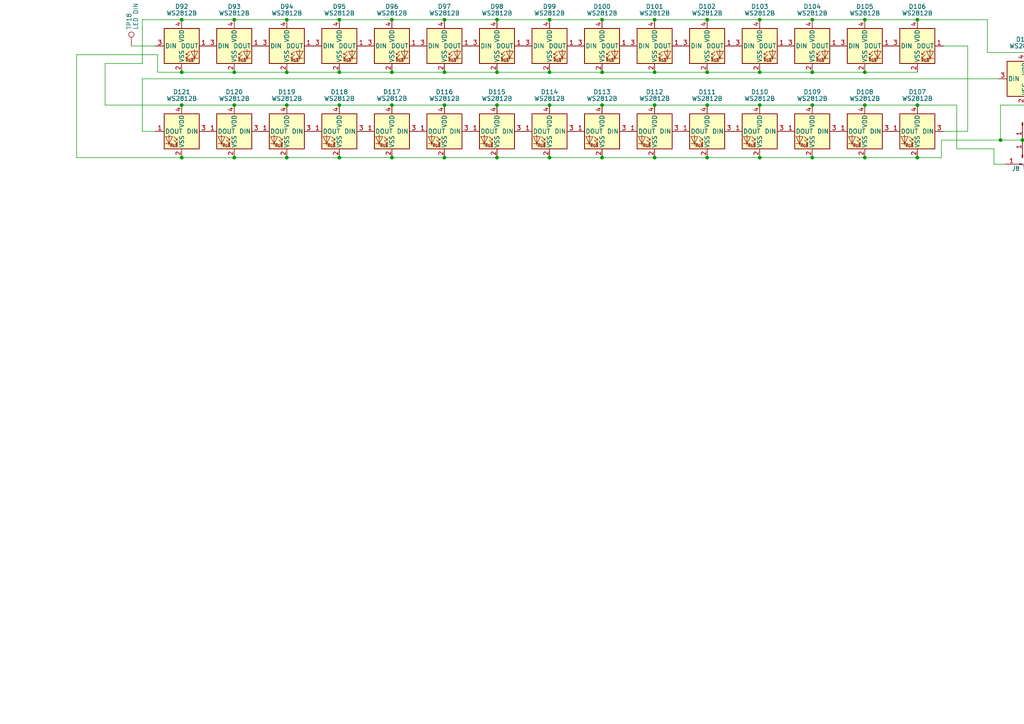
<source format=kicad_sch>
(kicad_sch (version 20231120) (generator "eeschema") (generator_version "8.0")
  (paper "A4")
  (title_block (title "LED Board Rev 3.1") (date "2023-11-11") (rev "3.1") (company "Architeuthis Flux") (comment 1 "Kevin Santo Cappuccio") (comment 2 "KevinC@ppucc.io"))
  (lib_symbols
    (symbol "Connector:Conn_01x01_Pin" (pin_names (offset 1.016) hide)
      (property "Reference" "J" (at 0 2.54 0))
      (property "Value" "Conn_01x01_Pin" (at 0 -2.54 0))
      (symbol "Conn_01x01_Pin_1_1"
        (polyline (pts (xy 1.27 0) (xy 0.8636 0)) (stroke (width 0.1524)))
        (rectangle (start 0.8636 0.127) (end 0 -0.127) (stroke (width 0.1524)) (fill (type outline)))
        (pin passive line (at 5.08 0 180) (length 3.81) (name "Pin_1") (number "1"))
      )
    )
    (symbol "JumperlessSymbols:TestPoint" (pin_numbers hide) (pin_names (offset 0.762) hide)
      (property "Reference" "TP" (at 0 6.858 0))
      (property "Value" "TestPoint" (at 0 5.08 0))
      (symbol "TestPoint_0_1"
        (circle (center 0 3.302) (radius 0.762))
      )
      (symbol "TestPoint_1_1"
        (pin passive line (at 0 0 90) (length 2.54) (name "1") (number "1"))
      )
    )
    (symbol "JumperlessSymbols:WS2812B_13" (pin_names (offset 0.254))
      (property "Reference" "D" (at 5.08 5.715 0))
      (property "Value" "WS2812B" (at 1.27 -5.715 0))
      (symbol "WS2812B_13_0_0"
        (text "RGB" (at 2.286 -4.191 0) (effects (font (size 0.762 0.762))))
      )
      (symbol "WS2812B_13_0_1"
        (polyline (pts (xy 1.27 -3.556) (xy 1.778 -3.556)))
        (polyline (pts (xy 1.27 -2.54) (xy 1.778 -2.54)))
        (polyline (pts (xy 4.699 -3.556) (xy 2.667 -3.556)))
        (polyline (pts (xy 2.286 -2.54) (xy 1.27 -3.556) (xy 1.27 -3.048)))
        (polyline (pts (xy 2.286 -1.524) (xy 1.27 -2.54) (xy 1.27 -2.032)))
        (polyline (pts (xy 3.683 -1.016) (xy 3.683 -3.556) (xy 3.683 -4.064)))
        (polyline (pts (xy 4.699 -1.524) (xy 2.667 -1.524) (xy 3.683 -3.556) (xy 4.699 -1.524)))
        (rectangle (start 5.08 5.08) (end -5.08 -5.08) (stroke (width 0.254)) (fill (type background)))
      )
      (symbol "WS2812B_13_1_1"
        (pin output line (at 7.62 0 180) (length 2.54) (name "DOUT") (number "1"))
        (pin power_in line (at 0 -7.62 90) (length 2.54) (name "VSS") (number "2"))
        (pin input line (at -7.62 0 0) (length 2.54) (name "DIN") (number "3"))
        (pin power_in line (at 0 7.62 270) (length 2.54) (name "VDD") (number "4"))
      )
    )
    (symbol "JumperlessSymbols:WS2812B_14" (pin_names (offset 0.254))
      (property "Reference" "D" (at 5.08 5.715 0))
      (property "Value" "WS2812B" (at 1.27 -5.715 0))
      (symbol "WS2812B_14_0_0"
        (text "RGB" (at 2.286 -4.191 0) (effects (font (size 0.762 0.762))))
      )
      (symbol "WS2812B_14_0_1"
        (polyline (pts (xy 1.27 -3.556) (xy 1.778 -3.556)))
        (polyline (pts (xy 1.27 -2.54) (xy 1.778 -2.54)))
        (polyline (pts (xy 4.699 -3.556) (xy 2.667 -3.556)))
        (polyline (pts (xy 2.286 -2.54) (xy 1.27 -3.556) (xy 1.27 -3.048)))
        (polyline (pts (xy 2.286 -1.524) (xy 1.27 -2.54) (xy 1.27 -2.032)))
        (polyline (pts (xy 3.683 -1.016) (xy 3.683 -3.556) (xy 3.683 -4.064)))
        (polyline (pts (xy 4.699 -1.524) (xy 2.667 -1.524) (xy 3.683 -3.556) (xy 4.699 -1.524)))
        (rectangle (start 5.08 5.08) (end -5.08 -5.08) (stroke (width 0.254)) (fill (type background)))
      )
      (symbol "WS2812B_14_1_1"
        (pin output line (at 7.62 0 180) (length 2.54) (name "DOUT") (number "1"))
        (pin power_in line (at 0 -7.62 90) (length 2.54) (name "VSS") (number "2"))
        (pin input line (at -7.62 0 0) (length 2.54) (name "DIN") (number "3"))
        (pin power_in line (at 0 7.62 270) (length 2.54) (name "VDD") (number "4"))
      )
    )
    (symbol "JumperlessSymbols:WS2812B_15" (pin_names (offset 0.254))
      (property "Reference" "D" (at 5.08 5.715 0))
      (property "Value" "WS2812B" (at 1.27 -5.715 0))
      (symbol "WS2812B_15_0_0"
        (text "RGB" (at 2.286 -4.191 0) (effects (font (size 0.762 0.762))))
      )
      (symbol "WS2812B_15_0_1"
        (polyline (pts (xy 1.27 -3.556) (xy 1.778 -3.556)))
        (polyline (pts (xy 1.27 -2.54) (xy 1.778 -2.54)))
        (polyline (pts (xy 4.699 -3.556) (xy 2.667 -3.556)))
        (polyline (pts (xy 2.286 -2.54) (xy 1.27 -3.556) (xy 1.27 -3.048)))
        (polyline (pts (xy 2.286 -1.524) (xy 1.27 -2.54) (xy 1.27 -2.032)))
        (polyline (pts (xy 3.683 -1.016) (xy 3.683 -3.556) (xy 3.683 -4.064)))
        (polyline (pts (xy 4.699 -1.524) (xy 2.667 -1.524) (xy 3.683 -3.556) (xy 4.699 -1.524)))
        (rectangle (start 5.08 5.08) (end -5.08 -5.08) (stroke (width 0.254)) (fill (type background)))
      )
      (symbol "WS2812B_15_1_1"
        (pin output line (at 7.62 0 180) (length 2.54) (name "DOUT") (number "1"))
        (pin power_in line (at 0 -7.62 90) (length 2.54) (name "VSS") (number "2"))
        (pin input line (at -7.62 0 0) (length 2.54) (name "DIN") (number "3"))
        (pin power_in line (at 0 7.62 270) (length 2.54) (name "VDD") (number "4"))
      )
    )
    (symbol "JumperlessSymbols:WS2812B_36" (pin_names (offset 0.254))
      (property "Reference" "D" (at 5.08 5.715 0))
      (property "Value" "WS2812B" (at 1.27 -5.715 0))
      (symbol "WS2812B_36_0_0"
        (text "RGB" (at 2.286 -4.191 0) (effects (font (size 0.762 0.762))))
      )
      (symbol "WS2812B_36_0_1"
        (polyline (pts (xy 1.27 -3.556) (xy 1.778 -3.556)))
        (polyline (pts (xy 1.27 -2.54) (xy 1.778 -2.54)))
        (polyline (pts (xy 4.699 -3.556) (xy 2.667 -3.556)))
        (polyline (pts (xy 2.286 -2.54) (xy 1.27 -3.556) (xy 1.27 -3.048)))
        (polyline (pts (xy 2.286 -1.524) (xy 1.27 -2.54) (xy 1.27 -2.032)))
        (polyline (pts (xy 3.683 -1.016) (xy 3.683 -3.556) (xy 3.683 -4.064)))
        (polyline (pts (xy 4.699 -1.524) (xy 2.667 -1.524) (xy 3.683 -3.556) (xy 4.699 -1.524)))
        (rectangle (start 5.08 5.08) (end -5.08 -5.08) (stroke (width 0.254)) (fill (type background)))
      )
      (symbol "WS2812B_36_1_1"
        (pin output line (at 7.62 0 180) (length 2.54) (name "DOUT") (number "1"))
        (pin power_in line (at 0 -7.62 90) (length 2.54) (name "VSS") (number "2"))
        (pin input line (at -7.62 0 0) (length 2.54) (name "DIN") (number "3"))
        (pin power_in line (at 0 7.62 270) (length 2.54) (name "VDD") (number "4"))
      )
    )
    (symbol "JumperlessSymbols:WS2812B_37" (pin_names (offset 0.254))
      (property "Reference" "D" (at 5.08 5.715 0))
      (property "Value" "WS2812B" (at 1.27 -5.715 0))
      (symbol "WS2812B_37_0_0"
        (text "RGB" (at 2.286 -4.191 0) (effects (font (size 0.762 0.762))))
      )
      (symbol "WS2812B_37_0_1"
        (polyline (pts (xy 1.27 -3.556) (xy 1.778 -3.556)))
        (polyline (pts (xy 1.27 -2.54) (xy 1.778 -2.54)))
        (polyline (pts (xy 4.699 -3.556) (xy 2.667 -3.556)))
        (polyline (pts (xy 2.286 -2.54) (xy 1.27 -3.556) (xy 1.27 -3.048)))
        (polyline (pts (xy 2.286 -1.524) (xy 1.27 -2.54) (xy 1.27 -2.032)))
        (polyline (pts (xy 3.683 -1.016) (xy 3.683 -3.556) (xy 3.683 -4.064)))
        (polyline (pts (xy 4.699 -1.524) (xy 2.667 -1.524) (xy 3.683 -3.556) (xy 4.699 -1.524)))
        (rectangle (start 5.08 5.08) (end -5.08 -5.08) (stroke (width 0.254)) (fill (type background)))
      )
      (symbol "WS2812B_37_1_1"
        (pin output line (at 7.62 0 180) (length 2.54) (name "DOUT") (number "1"))
        (pin power_in line (at 0 -7.62 90) (length 2.54) (name "VSS") (number "2"))
        (pin input line (at -7.62 0 0) (length 2.54) (name "DIN") (number "3"))
        (pin power_in line (at 0 7.62 270) (length 2.54) (name "VDD") (number "4"))
      )
    )
    (symbol "JumperlessSymbols:WS2812B_38" (pin_names (offset 0.254))
      (property "Reference" "D" (at 5.08 5.715 0))
      (property "Value" "WS2812B" (at 1.27 -5.715 0))
      (symbol "WS2812B_38_0_0"
        (text "RGB" (at 2.286 -4.191 0) (effects (font (size 0.762 0.762))))
      )
      (symbol "WS2812B_38_0_1"
        (polyline (pts (xy 1.27 -3.556) (xy 1.778 -3.556)))
        (polyline (pts (xy 1.27 -2.54) (xy 1.778 -2.54)))
        (polyline (pts (xy 4.699 -3.556) (xy 2.667 -3.556)))
        (polyline (pts (xy 2.286 -2.54) (xy 1.27 -3.556) (xy 1.27 -3.048)))
        (polyline (pts (xy 2.286 -1.524) (xy 1.27 -2.54) (xy 1.27 -2.032)))
        (polyline (pts (xy 3.683 -1.016) (xy 3.683 -3.556) (xy 3.683 -4.064)))
        (polyline (pts (xy 4.699 -1.524) (xy 2.667 -1.524) (xy 3.683 -3.556) (xy 4.699 -1.524)))
        (rectangle (start 5.08 5.08) (end -5.08 -5.08) (stroke (width 0.254)) (fill (type background)))
      )
      (symbol "WS2812B_38_1_1"
        (pin output line (at 7.62 0 180) (length 2.54) (name "DOUT") (number "1"))
        (pin power_in line (at 0 -7.62 90) (length 2.54) (name "VSS") (number "2"))
        (pin input line (at -7.62 0 0) (length 2.54) (name "DIN") (number "3"))
        (pin power_in line (at 0 7.62 270) (length 2.54) (name "VDD") (number "4"))
      )
    )
    (symbol "JumperlessSymbols:WS2812B_39" (pin_names (offset 0.254))
      (property "Reference" "D" (at 5.08 5.715 0))
      (property "Value" "WS2812B" (at 1.27 -5.715 0))
      (symbol "WS2812B_39_0_0"
        (text "RGB" (at 2.286 -4.191 0) (effects (font (size 0.762 0.762))))
      )
      (symbol "WS2812B_39_0_1"
        (polyline (pts (xy 1.27 -3.556) (xy 1.778 -3.556)))
        (polyline (pts (xy 1.27 -2.54) (xy 1.778 -2.54)))
        (polyline (pts (xy 4.699 -3.556) (xy 2.667 -3.556)))
        (polyline (pts (xy 2.286 -2.54) (xy 1.27 -3.556) (xy 1.27 -3.048)))
        (polyline (pts (xy 2.286 -1.524) (xy 1.27 -2.54) (xy 1.27 -2.032)))
        (polyline (pts (xy 3.683 -1.016) (xy 3.683 -3.556) (xy 3.683 -4.064)))
        (polyline (pts (xy 4.699 -1.524) (xy 2.667 -1.524) (xy 3.683 -3.556) (xy 4.699 -1.524)))
        (rectangle (start 5.08 5.08) (end -5.08 -5.08) (stroke (width 0.254)) (fill (type background)))
      )
      (symbol "WS2812B_39_1_1"
        (pin output line (at 7.62 0 180) (length 2.54) (name "DOUT") (number "1"))
        (pin power_in line (at 0 -7.62 90) (length 2.54) (name "VSS") (number "2"))
        (pin input line (at -7.62 0 0) (length 2.54) (name "DIN") (number "3"))
        (pin power_in line (at 0 7.62 270) (length 2.54) (name "VDD") (number "4"))
      )
    )
    (symbol "JumperlessSymbols:WS2812B_40" (pin_names (offset 0.254))
      (property "Reference" "D" (at 5.08 5.715 0))
      (property "Value" "WS2812B" (at 1.27 -5.715 0))
      (symbol "WS2812B_40_0_0"
        (text "RGB" (at 2.286 -4.191 0) (effects (font (size 0.762 0.762))))
      )
      (symbol "WS2812B_40_0_1"
        (polyline (pts (xy 1.27 -3.556) (xy 1.778 -3.556)))
        (polyline (pts (xy 1.27 -2.54) (xy 1.778 -2.54)))
        (polyline (pts (xy 4.699 -3.556) (xy 2.667 -3.556)))
        (polyline (pts (xy 2.286 -2.54) (xy 1.27 -3.556) (xy 1.27 -3.048)))
        (polyline (pts (xy 2.286 -1.524) (xy 1.27 -2.54) (xy 1.27 -2.032)))
        (polyline (pts (xy 3.683 -1.016) (xy 3.683 -3.556) (xy 3.683 -4.064)))
        (polyline (pts (xy 4.699 -1.524) (xy 2.667 -1.524) (xy 3.683 -3.556) (xy 4.699 -1.524)))
        (rectangle (start 5.08 5.08) (end -5.08 -5.08) (stroke (width 0.254)) (fill (type background)))
      )
      (symbol "WS2812B_40_1_1"
        (pin output line (at 7.62 0 180) (length 2.54) (name "DOUT") (number "1"))
        (pin power_in line (at 0 -7.62 90) (length 2.54) (name "VSS") (number "2"))
        (pin input line (at -7.62 0 0) (length 2.54) (name "DIN") (number "3"))
        (pin power_in line (at 0 7.62 270) (length 2.54) (name "VDD") (number "4"))
      )
    )
    (symbol "JumperlessSymbols:WS2812B_41" (pin_names (offset 0.254))
      (property "Reference" "D" (at 5.08 5.715 0))
      (property "Value" "WS2812B" (at 1.27 -5.715 0))
      (symbol "WS2812B_41_0_0"
        (text "RGB" (at 2.286 -4.191 0) (effects (font (size 0.762 0.762))))
      )
      (symbol "WS2812B_41_0_1"
        (polyline (pts (xy 1.27 -3.556) (xy 1.778 -3.556)))
        (polyline (pts (xy 1.27 -2.54) (xy 1.778 -2.54)))
        (polyline (pts (xy 4.699 -3.556) (xy 2.667 -3.556)))
        (polyline (pts (xy 2.286 -2.54) (xy 1.27 -3.556) (xy 1.27 -3.048)))
        (polyline (pts (xy 2.286 -1.524) (xy 1.27 -2.54) (xy 1.27 -2.032)))
        (polyline (pts (xy 3.683 -1.016) (xy 3.683 -3.556) (xy 3.683 -4.064)))
        (polyline (pts (xy 4.699 -1.524) (xy 2.667 -1.524) (xy 3.683 -3.556) (xy 4.699 -1.524)))
        (rectangle (start 5.08 5.08) (end -5.08 -5.08) (stroke (width 0.254)) (fill (type background)))
      )
      (symbol "WS2812B_41_1_1"
        (pin output line (at 7.62 0 180) (length 2.54) (name "DOUT") (number "1"))
        (pin power_in line (at 0 -7.62 90) (length 2.54) (name "VSS") (number "2"))
        (pin input line (at -7.62 0 0) (length 2.54) (name "DIN") (number "3"))
        (pin power_in line (at 0 7.62 270) (length 2.54) (name "VDD") (number "4"))
      )
    )
    (symbol "JumperlessSymbols:WS2812B_42" (pin_names (offset 0.254))
      (property "Reference" "D" (at 5.08 5.715 0))
      (property "Value" "WS2812B" (at 1.27 -5.715 0))
      (symbol "WS2812B_42_0_0"
        (text "RGB" (at 2.286 -4.191 0) (effects (font (size 0.762 0.762))))
      )
      (symbol "WS2812B_42_0_1"
        (polyline (pts (xy 1.27 -3.556) (xy 1.778 -3.556)))
        (polyline (pts (xy 1.27 -2.54) (xy 1.778 -2.54)))
        (polyline (pts (xy 4.699 -3.556) (xy 2.667 -3.556)))
        (polyline (pts (xy 2.286 -2.54) (xy 1.27 -3.556) (xy 1.27 -3.048)))
        (polyline (pts (xy 2.286 -1.524) (xy 1.27 -2.54) (xy 1.27 -2.032)))
        (polyline (pts (xy 3.683 -1.016) (xy 3.683 -3.556) (xy 3.683 -4.064)))
        (polyline (pts (xy 4.699 -1.524) (xy 2.667 -1.524) (xy 3.683 -3.556) (xy 4.699 -1.524)))
        (rectangle (start 5.08 5.08) (end -5.08 -5.08) (stroke (width 0.254)) (fill (type background)))
      )
      (symbol "WS2812B_42_1_1"
        (pin output line (at 7.62 0 180) (length 2.54) (name "DOUT") (number "1"))
        (pin power_in line (at 0 -7.62 90) (length 2.54) (name "VSS") (number "2"))
        (pin input line (at -7.62 0 0) (length 2.54) (name "DIN") (number "3"))
        (pin power_in line (at 0 7.62 270) (length 2.54) (name "VDD") (number "4"))
      )
    )
    (symbol "JumperlessSymbols:WS2812B_43" (pin_names (offset 0.254))
      (property "Reference" "D" (at 5.08 5.715 0))
      (property "Value" "WS2812B" (at 1.27 -5.715 0))
      (symbol "WS2812B_43_0_0"
        (text "RGB" (at 2.286 -4.191 0) (effects (font (size 0.762 0.762))))
      )
      (symbol "WS2812B_43_0_1"
        (polyline (pts (xy 1.27 -3.556) (xy 1.778 -3.556)))
        (polyline (pts (xy 1.27 -2.54) (xy 1.778 -2.54)))
        (polyline (pts (xy 4.699 -3.556) (xy 2.667 -3.556)))
        (polyline (pts (xy 2.286 -2.54) (xy 1.27 -3.556) (xy 1.27 -3.048)))
        (polyline (pts (xy 2.286 -1.524) (xy 1.27 -2.54) (xy 1.27 -2.032)))
        (polyline (pts (xy 3.683 -1.016) (xy 3.683 -3.556) (xy 3.683 -4.064)))
        (polyline (pts (xy 4.699 -1.524) (xy 2.667 -1.524) (xy 3.683 -3.556) (xy 4.699 -1.524)))
        (rectangle (start 5.08 5.08) (end -5.08 -5.08) (stroke (width 0.254)) (fill (type background)))
      )
      (symbol "WS2812B_43_1_1"
        (pin output line (at 7.62 0 180) (length 2.54) (name "DOUT") (number "1"))
        (pin power_in line (at 0 -7.62 90) (length 2.54) (name "VSS") (number "2"))
        (pin input line (at -7.62 0 0) (length 2.54) (name "DIN") (number "3"))
        (pin power_in line (at 0 7.62 270) (length 2.54) (name "VDD") (number "4"))
      )
    )
    (symbol "JumperlessSymbols:WS2812B_44" (pin_names (offset 0.254))
      (property "Reference" "D" (at 5.08 5.715 0))
      (property "Value" "WS2812B" (at 1.27 -5.715 0))
      (symbol "WS2812B_44_0_0"
        (text "RGB" (at 2.286 -4.191 0) (effects (font (size 0.762 0.762))))
      )
      (symbol "WS2812B_44_0_1"
        (polyline (pts (xy 1.27 -3.556) (xy 1.778 -3.556)))
        (polyline (pts (xy 1.27 -2.54) (xy 1.778 -2.54)))
        (polyline (pts (xy 4.699 -3.556) (xy 2.667 -3.556)))
        (polyline (pts (xy 2.286 -2.54) (xy 1.27 -3.556) (xy 1.27 -3.048)))
        (polyline (pts (xy 2.286 -1.524) (xy 1.27 -2.54) (xy 1.27 -2.032)))
        (polyline (pts (xy 3.683 -1.016) (xy 3.683 -3.556) (xy 3.683 -4.064)))
        (polyline (pts (xy 4.699 -1.524) (xy 2.667 -1.524) (xy 3.683 -3.556) (xy 4.699 -1.524)))
        (rectangle (start 5.08 5.08) (end -5.08 -5.08) (stroke (width 0.254)) (fill (type background)))
      )
      (symbol "WS2812B_44_1_1"
        (pin output line (at 7.62 0 180) (length 2.54) (name "DOUT") (number "1"))
        (pin power_in line (at 0 -7.62 90) (length 2.54) (name "VSS") (number "2"))
        (pin input line (at -7.62 0 0) (length 2.54) (name "DIN") (number "3"))
        (pin power_in line (at 0 7.62 270) (length 2.54) (name "VDD") (number "4"))
      )
    )
    (symbol "JumperlessSymbols:WS2812B_45" (pin_names (offset 0.254))
      (property "Reference" "D" (at 5.08 5.715 0))
      (property "Value" "WS2812B" (at 1.27 -5.715 0))
      (symbol "WS2812B_45_0_0"
        (text "RGB" (at 2.286 -4.191 0) (effects (font (size 0.762 0.762))))
      )
      (symbol "WS2812B_45_0_1"
        (polyline (pts (xy 1.27 -3.556) (xy 1.778 -3.556)))
        (polyline (pts (xy 1.27 -2.54) (xy 1.778 -2.54)))
        (polyline (pts (xy 4.699 -3.556) (xy 2.667 -3.556)))
        (polyline (pts (xy 2.286 -2.54) (xy 1.27 -3.556) (xy 1.27 -3.048)))
        (polyline (pts (xy 2.286 -1.524) (xy 1.27 -2.54) (xy 1.27 -2.032)))
        (polyline (pts (xy 3.683 -1.016) (xy 3.683 -3.556) (xy 3.683 -4.064)))
        (polyline (pts (xy 4.699 -1.524) (xy 2.667 -1.524) (xy 3.683 -3.556) (xy 4.699 -1.524)))
        (rectangle (start 5.08 5.08) (end -5.08 -5.08) (stroke (width 0.254)) (fill (type background)))
      )
      (symbol "WS2812B_45_1_1"
        (pin output line (at 7.62 0 180) (length 2.54) (name "DOUT") (number "1"))
        (pin power_in line (at 0 -7.62 90) (length 2.54) (name "VSS") (number "2"))
        (pin input line (at -7.62 0 0) (length 2.54) (name "DIN") (number "3"))
        (pin power_in line (at 0 7.62 270) (length 2.54) (name "VDD") (number "4"))
      )
    )
    (symbol "JumperlessSymbols:WS2812B_46" (pin_names (offset 0.254))
      (property "Reference" "D" (at 5.08 5.715 0))
      (property "Value" "WS2812B" (at 1.27 -5.715 0))
      (symbol "WS2812B_46_0_0"
        (text "RGB" (at 2.286 -4.191 0) (effects (font (size 0.762 0.762))))
      )
      (symbol "WS2812B_46_0_1"
        (polyline (pts (xy 1.27 -3.556) (xy 1.778 -3.556)))
        (polyline (pts (xy 1.27 -2.54) (xy 1.778 -2.54)))
        (polyline (pts (xy 4.699 -3.556) (xy 2.667 -3.556)))
        (polyline (pts (xy 2.286 -2.54) (xy 1.27 -3.556) (xy 1.27 -3.048)))
        (polyline (pts (xy 2.286 -1.524) (xy 1.27 -2.54) (xy 1.27 -2.032)))
        (polyline (pts (xy 3.683 -1.016) (xy 3.683 -3.556) (xy 3.683 -4.064)))
        (polyline (pts (xy 4.699 -1.524) (xy 2.667 -1.524) (xy 3.683 -3.556) (xy 4.699 -1.524)))
        (rectangle (start 5.08 5.08) (end -5.08 -5.08) (stroke (width 0.254)) (fill (type background)))
      )
      (symbol "WS2812B_46_1_1"
        (pin output line (at 7.62 0 180) (length 2.54) (name "DOUT") (number "1"))
        (pin power_in line (at 0 -7.62 90) (length 2.54) (name "VSS") (number "2"))
        (pin input line (at -7.62 0 0) (length 2.54) (name "DIN") (number "3"))
        (pin power_in line (at 0 7.62 270) (length 2.54) (name "VDD") (number "4"))
      )
    )
    (symbol "JumperlessSymbols:WS2812B_47" (pin_names (offset 0.254))
      (property "Reference" "D" (at 5.08 5.715 0))
      (property "Value" "WS2812B" (at 1.27 -5.715 0))
      (symbol "WS2812B_47_0_0"
        (text "RGB" (at 2.286 -4.191 0) (effects (font (size 0.762 0.762))))
      )
      (symbol "WS2812B_47_0_1"
        (polyline (pts (xy 1.27 -3.556) (xy 1.778 -3.556)))
        (polyline (pts (xy 1.27 -2.54) (xy 1.778 -2.54)))
        (polyline (pts (xy 4.699 -3.556) (xy 2.667 -3.556)))
        (polyline (pts (xy 2.286 -2.54) (xy 1.27 -3.556) (xy 1.27 -3.048)))
        (polyline (pts (xy 2.286 -1.524) (xy 1.27 -2.54) (xy 1.27 -2.032)))
        (polyline (pts (xy 3.683 -1.016) (xy 3.683 -3.556) (xy 3.683 -4.064)))
        (polyline (pts (xy 4.699 -1.524) (xy 2.667 -1.524) (xy 3.683 -3.556) (xy 4.699 -1.524)))
        (rectangle (start 5.08 5.08) (end -5.08 -5.08) (stroke (width 0.254)) (fill (type background)))
      )
      (symbol "WS2812B_47_1_1"
        (pin output line (at 7.62 0 180) (length 2.54) (name "DOUT") (number "1"))
        (pin power_in line (at 0 -7.62 90) (length 2.54) (name "VSS") (number "2"))
        (pin input line (at -7.62 0 0) (length 2.54) (name "DIN") (number "3"))
        (pin power_in line (at 0 7.62 270) (length 2.54) (name "VDD") (number "4"))
      )
    )
    (symbol "power:+5V" (power) (pin_names (offset 0))
      (property "Value" "+5V" (at 0 3.556 0))
      (symbol "+5V_0_1"
        (polyline (pts (xy -0.762 1.27) (xy 0 2.54)))
        (polyline (pts (xy 0 0) (xy 0 2.54)))
        (polyline (pts (xy 0 2.54) (xy 0.762 1.27)))
      )
      (symbol "+5V_1_1"
        (pin power_in line (at 0 0 90) (length 0) hide (name "+5V") (number "1"))
      )
    )
  )
  (junction (at 205.105 20.955))
  (junction (at 52.705 45.72))
  (junction (at 83.185 5.715))
  (junction (at 144.145 20.955))
  (junction (at 144.145 45.72))
  (junction (at 159.385 45.72))
  (junction (at 128.905 20.955))
  (junction (at 144.145 30.48))
  (junction (at 205.105 30.48))
  (junction (at 83.185 20.955))
  (junction (at 98.425 5.715))
  (junction (at 98.425 30.48))
  (junction (at 266.065 30.48))
  (junction (at 52.705 5.715))
  (junction (at 113.665 45.72))
  (junction (at 67.945 45.72))
  (junction (at 67.945 30.48))
  (junction (at 144.145 5.715))
  (junction (at 67.945 5.715))
  (junction (at 174.625 45.72))
  (junction (at 113.665 30.48))
  (junction (at 205.105 45.72))
  (junction (at 235.585 30.48))
  (junction (at 83.185 45.72))
  (junction (at 266.065 5.715))
  (junction (at 189.865 45.72))
  (junction (at 250.825 20.955))
  (junction (at 189.865 30.48))
  (junction (at 113.665 5.715))
  (junction (at 220.345 45.72))
  (junction (at 83.185 30.48))
  (junction (at 159.385 5.715))
  (junction (at 98.425 20.955))
  (junction (at 250.825 5.715))
  (junction (at 52.705 20.955))
  (junction (at 159.385 20.955))
  (junction (at 174.625 20.955))
  (junction (at 235.585 45.72))
  (junction (at 52.705 30.48))
  (junction (at 290.195 40.64))
  (junction (at 113.665 20.955))
  (junction (at 128.905 30.48))
  (junction (at 220.345 30.48))
  (junction (at 174.625 5.715))
  (junction (at 220.345 5.715))
  (junction (at 174.625 30.48))
  (junction (at 189.865 5.715))
  (junction (at 189.865 20.955))
  (junction (at 159.385 30.48))
  (junction (at 266.065 45.72))
  (junction (at 98.425 45.72))
  (junction (at 128.905 5.715))
  (junction (at 235.585 5.715))
  (junction (at 128.905 45.72))
  (junction (at 67.945 20.955))
  (junction (at 220.345 20.955))
  (junction (at 205.105 5.715))
  (junction (at 250.825 30.48))
  (junction (at 235.585 20.955))
  (junction (at 250.825 45.72))
  (junction (at 296.545 40.64))
  (wire (pts (xy 113.665 20.955) (xy 128.905 20.955)))
  (wire (pts (xy 286.385 15.24) (xy 286.385 5.715)))
  (wire (pts (xy 250.825 30.48) (xy 235.585 30.48)))
  (wire (pts (xy 205.105 20.955) (xy 220.345 20.955)))
  (wire (pts (xy 22.225 45.72) (xy 52.705 45.72)))
  (wire (pts (xy 128.905 45.72) (xy 113.665 45.72)))
  (wire (pts (xy 113.665 5.715) (xy 128.905 5.715)))
  (wire (pts (xy 266.065 45.72) (xy 250.825 45.72)))
  (wire (pts (xy 144.145 5.715) (xy 159.385 5.715)))
  (wire (pts (xy 83.185 45.72) (xy 67.945 45.72)))
  (wire (pts (xy 83.185 20.955) (xy 98.425 20.955)))
  (wire (pts (xy 205.105 45.72) (xy 189.865 45.72)))
  (wire (pts (xy 41.275 38.1) (xy 45.085 38.1)))
  (wire (pts (xy 174.625 30.48) (xy 159.385 30.48)))
  (wire (pts (xy 220.345 45.72) (xy 205.105 45.72)))
  (wire (pts (xy 52.705 5.715) (xy 67.945 5.715)))
  (wire (pts (xy 174.625 20.955) (xy 189.865 20.955)))
  (wire (pts (xy 289.56 22.86) (xy 41.275 22.86)))
  (wire (pts (xy 128.905 5.715) (xy 144.145 5.715)))
  (wire (pts (xy 52.705 20.955) (xy 67.945 20.955)))
  (wire (pts (xy 113.665 45.72) (xy 98.425 45.72)))
  (wire (pts (xy 290.195 40.64) (xy 273.05 40.64)))
  (wire (pts (xy 189.865 5.715) (xy 205.105 5.715)))
  (wire (pts (xy 67.945 20.955) (xy 83.185 20.955)))
  (wire (pts (xy 144.145 30.48) (xy 128.905 30.48)))
  (wire (pts (xy 98.425 5.715) (xy 113.665 5.715)))
  (wire (pts (xy 291.465 47.625) (xy 288.29 47.625)))
  (wire (pts (xy 189.865 30.48) (xy 174.625 30.48)))
  (wire (pts (xy 30.48 18.415) (xy 30.48 30.48)))
  (wire (pts (xy 83.185 30.48) (xy 67.945 30.48)))
  (wire (pts (xy 321.945 13.335) (xy 331.47 13.335)))
  (wire (pts (xy 235.585 45.72) (xy 220.345 45.72)))
  (wire (pts (xy 30.48 18.415) (xy 41.275 18.415)))
  (wire (pts (xy 113.665 30.48) (xy 98.425 30.48)))
  (wire (pts (xy 205.105 5.715) (xy 220.345 5.715)))
  (wire (pts (xy 288.29 43.18) (xy 277.495 43.18)))
  (wire (pts (xy 30.48 30.48) (xy 52.705 30.48)))
  (wire (pts (xy 220.345 5.715) (xy 235.585 5.715)))
  (wire (pts (xy 297.18 30.48) (xy 290.195 30.48)))
  (wire (pts (xy 189.865 45.72) (xy 174.625 45.72)))
  (wire (pts (xy 220.345 20.955) (xy 235.585 20.955)))
  (wire (pts (xy 266.065 5.715) (xy 286.385 5.715)))
  (wire (pts (xy 41.275 18.415) (xy 41.275 5.715)))
  (wire (pts (xy 280.67 13.335) (xy 273.685 13.335)))
  (wire (pts (xy 277.495 43.18) (xy 277.495 30.48)))
  (wire (pts (xy 83.185 5.715) (xy 98.425 5.715)))
  (wire (pts (xy 290.195 30.48) (xy 290.195 40.64)))
  (wire (pts (xy 67.945 30.48) (xy 52.705 30.48)))
  (wire (pts (xy 174.625 5.715) (xy 189.865 5.715)))
  (wire (pts (xy 144.145 45.72) (xy 128.905 45.72)))
  (wire (pts (xy 159.385 20.955) (xy 174.625 20.955)))
  (wire (pts (xy 159.385 5.715) (xy 174.625 5.715)))
  (wire (pts (xy 235.585 30.48) (xy 220.345 30.48)))
  (wire (pts (xy 159.385 45.72) (xy 144.145 45.72)))
  (wire (pts (xy 41.275 5.715) (xy 52.705 5.715)))
  (wire (pts (xy 297.18 15.24) (xy 286.385 15.24)))
  (wire (pts (xy 280.67 38.1) (xy 273.685 38.1)))
  (wire (pts (xy 144.145 20.955) (xy 159.385 20.955)))
  (wire (pts (xy 235.585 5.715) (xy 250.825 5.715)))
  (wire (pts (xy 189.865 20.955) (xy 205.105 20.955)))
  (wire (pts (xy 128.905 20.955) (xy 144.145 20.955)))
  (wire (pts (xy 67.945 5.715) (xy 83.185 5.715)))
  (wire (pts (xy 38.1 13.335) (xy 45.085 13.335)))
  (wire (pts (xy 273.05 40.64) (xy 273.05 45.72)))
  (wire (pts (xy 250.825 5.715) (xy 266.065 5.715)))
  (wire (pts (xy 266.065 30.48) (xy 250.825 30.48)))
  (wire (pts (xy 45.72 20.955) (xy 52.705 20.955)))
  (wire (pts (xy 277.495 30.48) (xy 266.065 30.48)))
  (wire (pts (xy 174.625 45.72) (xy 159.385 45.72)))
  (wire (pts (xy 98.425 30.48) (xy 83.185 30.48)))
  (wire (pts (xy 98.425 20.955) (xy 113.665 20.955)))
  (wire (pts (xy 273.05 45.72) (xy 266.065 45.72)))
  (wire (pts (xy 235.585 20.955) (xy 250.825 20.955)))
  (wire (pts (xy 159.385 30.48) (xy 144.145 30.48)))
  (wire (pts (xy 250.825 45.72) (xy 235.585 45.72)))
  (wire (pts (xy 22.225 15.875) (xy 45.72 15.875)))
  (wire (pts (xy 41.275 22.86) (xy 41.275 38.1)))
  (wire (pts (xy 331.47 20.955) (xy 331.47 13.335)))
  (wire (pts (xy 128.905 30.48) (xy 113.665 30.48)))
  (wire (pts (xy 280.67 38.1) (xy 280.67 13.335)))
  (wire (pts (xy 288.29 47.625) (xy 288.29 43.18)))
  (wire (pts (xy 296.545 40.64) (xy 290.195 40.64)))
  (wire (pts (xy 22.225 15.875) (xy 22.225 45.72)))
  (wire (pts (xy 45.72 15.875) (xy 45.72 20.955)))
  (wire (pts (xy 67.945 45.72) (xy 52.705 45.72)))
  (wire (pts (xy 98.425 45.72) (xy 83.185 45.72)))
  (wire (pts (xy 205.105 30.48) (xy 189.865 30.48)))
  (wire (pts (xy 220.345 30.48) (xy 205.105 30.48)))
  (wire (pts (xy 250.825 20.955) (xy 266.065 20.955)))
  (symbol (lib_id "JumperlessSymbols:WS2812B_36") (at 67.945 13.335 0) (unit 1)
    (property "Reference" "D93" (at 67.945 1.905 0))
    (property "Value" "WS2812B" (at 67.945 3.826 0))
    (property "Footprint" "JumperlessFootprints:ws2812c-2020-noSolk" (effects (hide yes)))
    (property "Datasheet" "https://cdn-shop.adafruit.com/datasheets/WS2812B.pdf" (effects (hide yes)))
  )
  (symbol (lib_id "JumperlessSymbols:WS2812B_15") (at 128.905 13.335 0) (unit 1)
    (property "Reference" "D97" (at 128.905 1.889 0))
    (property "Value" "WS2812B" (at 128.905 3.81 0))
    (property "Footprint" "JumperlessFootprints:ws2812c-2020-noSolk" (effects (hide yes)))
    (property "Datasheet" "https://cdn-shop.adafruit.com/datasheets/WS2812B.pdf" (effects (hide yes)))
  )
  (symbol (lib_id "JumperlessSymbols:WS2812B_40") (at 235.585 13.335 0) (unit 1)
    (property "Reference" "D104" (at 235.585 1.905 0))
    (property "Value" "WS2812B" (at 235.585 3.826 0))
    (property "Footprint" "JumperlessFootprints:ws2812c-2020-noSolk" (effects (hide yes)))
    (property "Datasheet" "https://cdn-shop.adafruit.com/datasheets/WS2812B.pdf" (effects (hide yes)))
  )
  (symbol (lib_id "Connector:Conn_01x01_Pin") (at 296.545 47.625 0) (mirror y) (unit 1)
    (property "Reference" "J8" (at 294.64 48.895 0))
    (property "Value" "5V" (at 297.815 48.26 0))
    (property "Footprint" "JumperlessFootprints:PINHEADER-1x1_vertical" (effects (hide yes)))
  )
  (symbol (lib_id "JumperlessSymbols:WS2812B_45") (at 189.865 13.335 0) (unit 1)
    (property "Reference" "D101" (at 189.865 1.905 0))
    (property "Value" "WS2812B" (at 189.865 3.826 0))
    (property "Footprint" "JumperlessFootprints:ws2812c-2020-noSolk" (effects (hide yes)))
    (property "Datasheet" "https://cdn-shop.adafruit.com/datasheets/WS2812B.pdf" (effects (hide yes)))
  )
  (symbol (lib_id "JumperlessSymbols:WS2812B_37") (at 235.585 38.1 0) (mirror y) (unit 1)
    (property "Reference" "D109" (at 235.585 26.67 0))
    (property "Value" "WS2812B" (at 235.585 28.591 0))
    (property "Footprint" "JumperlessFootprints:ws2812c-2020-noSolk" (effects (hide yes)))
    (property "Datasheet" "https://cdn-shop.adafruit.com/datasheets/WS2812B.pdf" (effects (hide yes)))
  )
  (symbol (lib_id "JumperlessSymbols:WS2812B_43") (at 52.705 38.1 0) (mirror y) (unit 1)
    (property "Reference" "D121" (at 52.705 26.67 0))
    (property "Value" "WS2812B" (at 52.705 28.591 0))
    (property "Footprint" "JumperlessFootprints:ws2812c-2020-noSolk" (effects (hide yes)))
    (property "Datasheet" "https://cdn-shop.adafruit.com/datasheets/WS2812B.pdf" (effects (hide yes)))
  )
  (symbol (lib_id "JumperlessSymbols:WS2812B_36") (at 250.825 38.1 0) (mirror y) (unit 1)
    (property "Reference" "D108" (at 250.825 26.67 0))
    (property "Value" "WS2812B" (at 250.825 28.591 0))
    (property "Footprint" "JumperlessFootprints:ws2812c-2020-noSolk" (effects (hide yes)))
    (property "Datasheet" "https://cdn-shop.adafruit.com/datasheets/WS2812B.pdf" (effects (hide yes)))
  )
  (symbol (lib_id "JumperlessSymbols:TestPoint") (at 38.1 13.335 0) (unit 1)
    (property "Reference" "TP18" (at 37.4563 8.636 90) (effects (justify left)))
    (property "Value" "LED DIN" (at 39.3773 8.636 90) (effects (justify left)))
    (property "Footprint" "JumperlessFootprints:PINHEADER-1x1_vertical" (effects (hide yes)))
  )
  (symbol (lib_id "JumperlessSymbols:WS2812B_38") (at 205.105 38.1 0) (mirror y) (unit 1)
    (property "Reference" "D111" (at 205.105 26.67 0))
    (property "Value" "WS2812B" (at 205.105 28.591 0))
    (property "Footprint" "JumperlessFootprints:ws2812c-2020-noSolk" (effects (hide yes)))
    (property "Datasheet" "https://cdn-shop.adafruit.com/datasheets/WS2812B.pdf" (effects (hide yes)))
  )
  (symbol (lib_id "Connector:Conn_01x01_Pin") (at 296.545 45.72 270) (mirror x) (unit 1)
    (property "Reference" "J10" (at 297.3832 44.061 90) (effects (justify left)))
    (property "Value" "GND" (at 297.815 46.355 90) (effects (justify left)))
    (property "Footprint" "JumperlessFootprints:PINHEADER-1x1_vertical" (effects (hide yes)))
  )
  (symbol (lib_id "JumperlessSymbols:TestPoint") (at 304.8 22.86 270) (mirror x) (unit 1)
    (property "Reference" "TP19" (at 309.499 23.5037 90) (effects (justify left)))
    (property "Value" "LED DOUT" (at 309.499 21.5827 90) (effects (justify left)))
    (property "Footprint" "JumperlessFootprints:PINHEADER-1x1_vertical" (effects (hide yes)))
  )
  (symbol (lib_id "power:+5V") (at 318.135 46.99 0) (mirror y) (unit 1)
    (property "Reference" "#PWR02" (effects (hide yes)))
    (property "Value" "+5V" (at 318.135 43.4881 0))
  )
  (symbol (lib_id "JumperlessSymbols:TestPoint") (at 331.47 20.955 270) (unit 1)
    (property "Reference" "TP15" (at 336.169 20.3113 90) (effects (justify left)))
    (property "Value" "LED DOUT" (at 336.169 22.2323 90) (effects (justify left)))
    (property "Footprint" "JumperlessFootprints:TestPoint_Pad_D1.0mm" (effects (hide yes)))
  )
  (symbol (lib_id "JumperlessSymbols:WS2812B_42") (at 144.145 13.335 0) (unit 1)
    (property "Reference" "D98" (at 144.145 1.905 0))
    (property "Value" "WS2812B" (at 144.145 3.826 0))
    (property "Footprint" "JumperlessFootprints:ws2812c-2020-noSolk" (effects (hide yes)))
    (property "Datasheet" "https://cdn-shop.adafruit.com/datasheets/WS2812B.pdf" (effects (hide yes)))
  )
  (symbol (lib_id "JumperlessSymbols:WS2812B_40") (at 83.185 38.1 0) (mirror y) (unit 1)
    (property "Reference" "D119" (at 83.185 26.67 0))
    (property "Value" "WS2812B" (at 83.185 28.591 0))
    (property "Footprint" "JumperlessFootprints:ws2812c-2020-noSolk" (effects (hide yes)))
    (property "Datasheet" "https://cdn-shop.adafruit.com/datasheets/WS2812B.pdf" (effects (hide yes)))
  )
  (symbol (lib_id "JumperlessSymbols:WS2812B_13") (at 266.065 38.1 0) (mirror y) (unit 1)
    (property "Reference" "D107" (at 266.065 26.654 0))
    (property "Value" "WS2812B" (at 266.065 28.575 0))
    (property "Footprint" "JumperlessFootprints:ws2812c-2020-noSolk" (effects (hide yes)))
    (property "Datasheet" "https://cdn-shop.adafruit.com/datasheets/WS2812B.pdf" (effects (hide yes)))
  )
  (symbol (lib_id "JumperlessSymbols:TestPoint") (at 321.945 13.335 90) (mirror x) (unit 1)
    (property "Reference" "TP21" (at 317.246 12.6913 90) (effects (justify left)))
    (property "Value" "LED DOUT" (at 317.246 14.6123 90) (effects (justify left)))
    (property "Footprint" "JumperlessFootprints:PINHEADER-1x1_vertical" (effects (hide yes)))
  )
  (symbol (lib_id "JumperlessSymbols:WS2812B_43") (at 266.065 13.335 0) (unit 1)
    (property "Reference" "D106" (at 266.065 1.905 0))
    (property "Value" "WS2812B" (at 266.065 3.826 0))
    (property "Footprint" "JumperlessFootprints:ws2812c-2020-noSolk" (effects (hide yes)))
    (property "Datasheet" "https://cdn-shop.adafruit.com/datasheets/WS2812B.pdf" (effects (hide yes)))
  )
  (symbol (lib_id "JumperlessSymbols:WS2812B_14") (at 205.105 13.335 0) (unit 1)
    (property "Reference" "D102" (at 205.105 1.889 0))
    (property "Value" "WS2812B" (at 205.105 3.81 0))
    (property "Footprint" "JumperlessFootprints:ws2812c-2020-noSolk" (effects (hide yes)))
    (property "Datasheet" "https://cdn-shop.adafruit.com/datasheets/WS2812B.pdf" (effects (hide yes)))
  )
  (symbol (lib_id "JumperlessSymbols:WS2812B_42") (at 174.625 38.1 0) (mirror y) (unit 1)
    (property "Reference" "D113" (at 174.625 26.67 0))
    (property "Value" "WS2812B" (at 174.625 28.591 0))
    (property "Footprint" "JumperlessFootprints:ws2812c-2020-noSolk" (effects (hide yes)))
    (property "Datasheet" "https://cdn-shop.adafruit.com/datasheets/WS2812B.pdf" (effects (hide yes)))
  )
  (symbol (lib_id "JumperlessSymbols:WS2812B_43") (at 297.18 22.86 0) (unit 1)
    (property "Reference" "D122" (at 297.18 11.43 0))
    (property "Value" "WS2812B" (at 297.18 13.351 0))
    (property "Footprint" "JumperlessFootprints:ws2812c-2020-noSolk" (effects (hide yes)))
    (property "Datasheet" "https://cdn-shop.adafruit.com/datasheets/WS2812B.pdf" (effects (hide yes)))
  )
  (symbol (lib_id "JumperlessSymbols:WS2812B_38") (at 113.665 13.335 0) (unit 1)
    (property "Reference" "D96" (at 113.665 1.905 0))
    (property "Value" "WS2812B" (at 113.665 3.826 0))
    (property "Footprint" "JumperlessFootprints:ws2812c-2020-noSolk" (effects (hide yes)))
    (property "Datasheet" "https://cdn-shop.adafruit.com/datasheets/WS2812B.pdf" (effects (hide yes)))
  )
  (symbol (lib_id "JumperlessSymbols:WS2812B_47") (at 98.425 38.1 0) (mirror y) (unit 1)
    (property "Reference" "D118" (at 98.425 26.67 0))
    (property "Value" "WS2812B" (at 98.425 28.591 0))
    (property "Footprint" "JumperlessFootprints:ws2812c-2020-noSolk" (effects (hide yes)))
    (property "Datasheet" "https://cdn-shop.adafruit.com/datasheets/WS2812B.pdf" (effects (hide yes)))
  )
  (symbol (lib_id "JumperlessSymbols:WS2812B_44") (at 250.825 13.335 0) (unit 1)
    (property "Reference" "D105" (at 250.825 1.905 0))
    (property "Value" "WS2812B" (at 250.825 3.826 0))
    (property "Footprint" "JumperlessFootprints:ws2812c-2020-noSolk" (effects (hide yes)))
    (property "Datasheet" "https://cdn-shop.adafruit.com/datasheets/WS2812B.pdf" (effects (hide yes)))
  )
  (symbol (lib_id "Connector:Conn_01x01_Pin") (at 323.215 46.99 0) (mirror y) (unit 1)
    (property "Reference" "J14" (at 322.58 43.3338 0))
    (property "Value" "5V" (at 322.58 45.3818 0))
    (property "Footprint" "JumperlessFootprints:PINHEADER-1x1_vertical" (effects (hide yes)))
  )
  (symbol (lib_id "JumperlessSymbols:WS2812B_41") (at 159.385 38.1 0) (mirror y) (unit 1)
    (property "Reference" "D114" (at 159.385 26.67 0))
    (property "Value" "WS2812B" (at 159.385 28.591 0))
    (property "Footprint" "JumperlessFootprints:ws2812c-2020-noSolk" (effects (hide yes)))
    (property "Datasheet" "https://cdn-shop.adafruit.com/datasheets/WS2812B.pdf" (effects (hide yes)))
  )
  (symbol (lib_id "JumperlessSymbols:WS2812B_14") (at 113.665 38.1 0) (mirror y) (unit 1)
    (property "Reference" "D117" (at 113.665 26.654 0))
    (property "Value" "WS2812B" (at 113.665 28.575 0))
    (property "Footprint" "JumperlessFootprints:ws2812c-2020-noSolk" (effects (hide yes)))
    (property "Datasheet" "https://cdn-shop.adafruit.com/datasheets/WS2812B.pdf" (effects (hide yes)))
  )
  (symbol (lib_id "JumperlessSymbols:WS2812B_13") (at 52.705 13.335 0) (unit 1)
    (property "Reference" "D92" (at 52.705 1.889 0))
    (property "Value" "WS2812B" (at 52.705 3.81 0))
    (property "Footprint" "JumperlessFootprints:ws2812c-2020-noSolk" (effects (hide yes)))
    (property "Datasheet" "https://cdn-shop.adafruit.com/datasheets/WS2812B.pdf" (effects (hide yes)))
  )
  (symbol (lib_id "JumperlessSymbols:WS2812B_47") (at 220.345 13.335 0) (unit 1)
    (property "Reference" "D103" (at 220.345 1.905 0))
    (property "Value" "WS2812B" (at 220.345 3.826 0))
    (property "Footprint" "JumperlessFootprints:ws2812c-2020-noSolk" (effects (hide yes)))
    (property "Datasheet" "https://cdn-shop.adafruit.com/datasheets/WS2812B.pdf" (effects (hide yes)))
  )
  (symbol (lib_id "JumperlessSymbols:WS2812B_41") (at 159.385 13.335 0) (unit 1)
    (property "Reference" "D99" (at 159.385 1.905 0))
    (property "Value" "WS2812B" (at 159.385 3.826 0))
    (property "Footprint" "JumperlessFootprints:ws2812c-2020-noSolk" (effects (hide yes)))
    (property "Datasheet" "https://cdn-shop.adafruit.com/datasheets/WS2812B.pdf" (effects (hide yes)))
  )
  (symbol (lib_id "JumperlessSymbols:WS2812B_44") (at 67.945 38.1 0) (mirror y) (unit 1)
    (property "Reference" "D120" (at 67.945 26.67 0))
    (property "Value" "WS2812B" (at 67.945 28.591 0))
    (property "Footprint" "JumperlessFootprints:ws2812c-2020-noSolk" (effects (hide yes)))
    (property "Datasheet" "https://cdn-shop.adafruit.com/datasheets/WS2812B.pdf" (effects (hide yes)))
  )
  (symbol (lib_id "JumperlessSymbols:WS2812B_39") (at 98.425 13.335 0) (unit 1)
    (property "Reference" "D95" (at 98.425 1.905 0))
    (property "Value" "WS2812B" (at 98.425 3.826 0))
    (property "Footprint" "JumperlessFootprints:ws2812c-2020-noSolk" (effects (hide yes)))
    (property "Datasheet" "https://cdn-shop.adafruit.com/datasheets/WS2812B.pdf" (effects (hide yes)))
  )
  (symbol (lib_id "Connector:Conn_01x01_Pin") (at 296.545 35.56 90) (mirror x) (unit 1)
    (property "Reference" "J9" (at 297.3832 35.171 90) (effects (justify right)))
    (property "Value" "GND" (at 297.3832 37.219 90) (effects (justify right)))
    (property "Footprint" "JumperlessFootprints:PINHEADER-1x1_vertical" (effects (hide yes)))
  )
  (symbol (lib_id "JumperlessSymbols:WS2812B_46") (at 144.145 38.1 0) (mirror y) (unit 1)
    (property "Reference" "D115" (at 144.145 26.67 0))
    (property "Value" "WS2812B" (at 144.145 28.591 0))
    (property "Footprint" "JumperlessFootprints:ws2812c-2020-noSolk" (effects (hide yes)))
    (property "Datasheet" "https://cdn-shop.adafruit.com/datasheets/WS2812B.pdf" (effects (hide yes)))
  )
  (symbol (lib_id "JumperlessSymbols:WS2812B_39") (at 220.345 38.1 0) (mirror y) (unit 1)
    (property "Reference" "D110" (at 220.345 26.67 0))
    (property "Value" "WS2812B" (at 220.345 28.591 0))
    (property "Footprint" "JumperlessFootprints:ws2812c-2020-noSolk" (effects (hide yes)))
    (property "Datasheet" "https://cdn-shop.adafruit.com/datasheets/WS2812B.pdf" (effects (hide yes)))
  )
  (symbol (lib_id "JumperlessSymbols:WS2812B_15") (at 189.865 38.1 0) (mirror y) (unit 1)
    (property "Reference" "D112" (at 189.865 26.654 0))
    (property "Value" "WS2812B" (at 189.865 28.575 0))
    (property "Footprint" "JumperlessFootprints:ws2812c-2020-noSolk" (effects (hide yes)))
    (property "Datasheet" "https://cdn-shop.adafruit.com/datasheets/WS2812B.pdf" (effects (hide yes)))
  )
  (symbol (lib_id "JumperlessSymbols:WS2812B_37") (at 83.185 13.335 0) (unit 1)
    (property "Reference" "D94" (at 83.185 1.905 0))
    (property "Value" "WS2812B" (at 83.185 3.826 0))
    (property "Footprint" "JumperlessFootprints:ws2812c-2020-noSolk" (effects (hide yes)))
    (property "Datasheet" "https://cdn-shop.adafruit.com/datasheets/WS2812B.pdf" (effects (hide yes)))
  )
  (symbol (lib_id "JumperlessSymbols:WS2812B_45") (at 128.905 38.1 0) (mirror y) (unit 1)
    (property "Reference" "D116" (at 128.905 26.67 0))
    (property "Value" "WS2812B" (at 128.905 28.591 0))
    (property "Footprint" "JumperlessFootprints:ws2812c-2020-noSolk" (effects (hide yes)))
    (property "Datasheet" "https://cdn-shop.adafruit.com/datasheets/WS2812B.pdf" (effects (hide yes)))
  )
  (symbol (lib_id "JumperlessSymbols:WS2812B_46") (at 174.625 13.335 0) (unit 1)
    (property "Reference" "D100" (at 174.625 1.905 0))
    (property "Value" "WS2812B" (at 174.625 3.826 0))
    (property "Footprint" "JumperlessFootprints:ws2812c-2020-noSolk" (effects (hide yes)))
    (property "Datasheet" "https://cdn-shop.adafruit.com/datasheets/WS2812B.pdf" (effects (hide yes)))
  )
)
</source>
